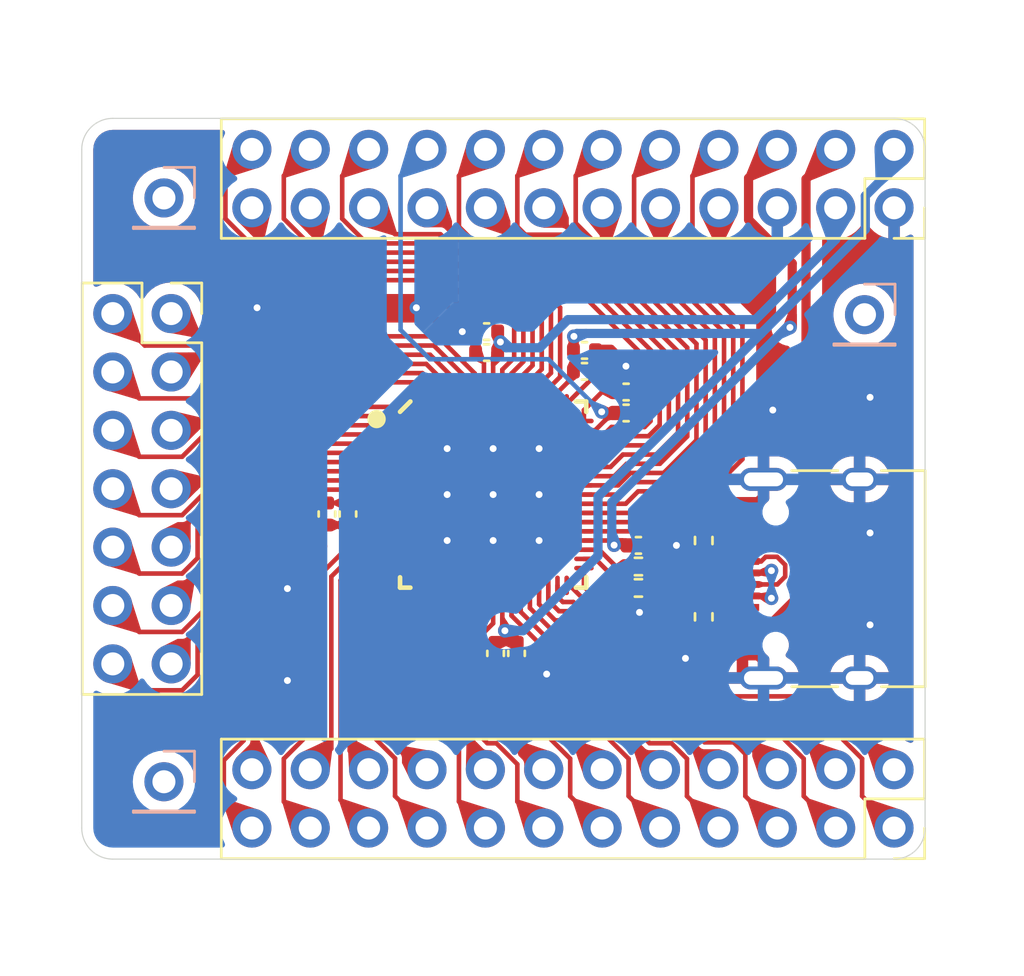
<source format=kicad_pcb>
(kicad_pcb (version 20240108) (generator "pcbnew") (generator_version "8.0")
  (layers (0 "F.Cu" signal) (31 "B.Cu" signal) (34 "B.Paste" user) (35 "F.Paste" user) (36 "B.SilkS" user "B.Silkscreen") (37 "F.SilkS" user "F.Silkscreen") (38 "B.Mask" user) (39 "F.Mask" user) (44 "Edge.Cuts" user))
  (net 0 "")
  (net 1 "/XRES")
  (net 2 "GND")
  (net 3 "+5VD")
  (net 4 "+5VA")
  (net 5 "/VBUS_P13_2")
  (net 6 "VBUS")
  (net 8 "Net-(J1-CC2)")
  (net 9 "Net-(J1-D+-PadA6)")
  (net 10 "Net-(J1-D--PadA7)")
  (net 11 "Net-(J1-CC1)")
  (net 13 "Net-(U1-D-_P13_1)")
  (net 14 "Net-(U1-D+_P13_0)")
  (net 15 "/P0_5")
  (net 16 "/P6_1")
  (net 17 "/P4_0")
  (net 18 "/P1_7_VREF")
  (net 19 "/P3_3")
  (net 20 "/P4_7")
  (net 21 "/P0_1")
  (net 22 "/P3_5")
  (net 23 "/P5_5")
  (net 24 "/P5_4")
  (net 25 "/P5_2")
  (net 26 "/P2_2")
  (net 27 "/P1_3")
  (net 28 "/P3_7")
  (net 29 "/P1_2")
  (net 30 "GNDA")
  (net 31 "/P0_0")
  (net 32 "/P4_1")
  (net 33 "/P1_6")
  (net 34 "/P0_7")
  (net 35 "/P3_6")
  (net 36 "/P2_0")
  (net 37 "/P7_0")
  (net 38 "/P3_2")
  (net 39 "/P0_3")
  (net 40 "/P1_5")
  (net 41 "/P6_3")
  (net 42 "/P0_6")
  (net 43 "/P4_2")
  (net 44 "/P2_4")
  (net 45 "/P3_4")
  (net 46 "/P2_1")
  (net 47 "/P1_0")
  (net 48 "/P1_1")
  (net 49 "/P6_0")
  (net 50 "/P6_4_P12_0")
  (net 51 "/P2_6")
  (net 52 "/P2_5")
  (net 53 "/P4_6")
  (net 54 "/P4_3")
  (net 55 "/P5_0")
  (net 56 "/P7_2")
  (net 57 "/P3_0")
  (net 58 "/P5_1")
  (net 59 "/P0_4")
  (net 60 "/P2_7")
  (net 61 "/P6_2")
  (net 62 "/P7_1")
  (net 63 "/P1_4")
  (net 64 "/P2_3")
  (net 65 "/P5_3")
  (net 66 "/P6_5_P12_1")
  (net 67 "/P0_2")
  (net 68 "/P3_1")
  (net 69 "/P4_4")
  (net 70 "/P4_5")
  (net 71 "Net-(U1-VCCD)")
  (footprint "Capacitor_SMD:C_0402_1005Metric" (layer "F.Cu") (at 74.804 53.744)
    (property "Reference" "C5" (hide yes))
    (property "Value" "1u" (hide yes))
  )
  (footprint "Connector_PinSocket_2.54mm:PinSocket_2x12_P2.54mm_Vertical" (layer "F.Cu") (at 88.272 74.525 -90)
    (property "Reference" "J3" (hide yes))
    (property "Value" "Conn_02x12_Odd_Even" (hide yes))
  )
  (footprint "Connector_USB:USB_C_Receptacle_HRO_TYPE-C-31-M-12" (layer "F.Cu") (at 85.723 63.675 90)
    (property "Reference" "J1" (hide yes))
    (property "Value" "USB_C_Receptacle_USB2.0_16P" (hide yes))
  )
  (footprint "Capacitor_SMD:C_0402_1005Metric" (layer "F.Cu") (at 77.15 62.226)
    (property "Reference" "C12" (hide yes))
    (property "Value" "100n" (hide yes))
  )
  (footprint "Capacitor_SMD:C_0402_1005Metric" (layer "F.Cu") (at 64.51 60.861 90)
    (property "Reference" "C11" (hide yes))
    (property "Value" "100n" (hide yes))
  )
  (footprint "Capacitor_SMD:C_0402_1005Metric" (layer "F.Cu") (at 74.804 54.655)
    (property "Reference" "C4" (hide yes))
    (property "Value" "100n" (hide yes))
  )
  (footprint "Capacitor_SMD:C_0402_1005Metric" (layer "F.Cu") (at 70.936 66.926 -90)
    (property "Reference" "C3" (hide yes))
    (property "Value" "1u" (hide yes))
  )
  (footprint "Capacitor_SMD:C_0402_1005Metric" (layer "F.Cu") (at 71.847 66.926 -90)
    (property "Reference" "C2" (hide yes))
    (property "Value" "100n" (hide yes))
  )
  (footprint "Connector_PinSocket_2.54mm:PinSocket_2x07_P2.54mm_Vertical" (layer "F.Cu") (at 56.821 52.1415)
    (property "Reference" "J4" (hide yes))
    (property "Value" "Conn_02x08_Odd_Even" (hide yes))
  )
  (footprint "Capacitor_SMD:C_0402_1005Metric" (layer "F.Cu") (at 76.615 55.554)
    (property "Reference" "C7" (hide yes))
    (property "Value" "1u" (hide yes))
  )
  (footprint "CY8C4248LTI-L475:QFN40P800X800X100-69N" (layer "F.Cu") (at 70.829 60.015)
    (property "Reference" "U1" (hide yes))
    (property "Value" "*" (hide yes))
  )
  (footprint "Resistor_SMD:R_0402_1005Metric" (layer "F.Cu") (at 79.992 65.335 -90)
    (property "Reference" "R4" (hide yes))
    (property "Value" "5.1k" (hide yes))
  )
  (footprint "Resistor_SMD:R_0402_1005Metric" (layer "F.Cu") (at 79.992 62.015 90)
    (property "Reference" "R3" (hide yes))
    (property "Value" "5.1k" (hide yes))
  )
  (footprint "Capacitor_SMD:C_0402_1005Metric" (layer "F.Cu") (at 70.546 53.838 180)
    (property "Reference" "C9" (hide yes))
    (property "Value" "100n" (hide yes))
  )
  (footprint "Connector_PinSocket_2.54mm:PinSocket_2x12_P2.54mm_Vertical" (layer "F.Cu") (at 88.272 47.538 -90)
    (property "Reference" "J2" (hide yes))
    (property "Value" "Conn_02x12_Odd_Even" (hide yes))
  )
  (footprint "Capacitor_SMD:C_0402_1005Metric" (layer "F.Cu") (at 63.599 60.861 90)
    (property "Reference" "C10" (hide yes))
    (property "Value" "1u" (hide yes))
  )
  (footprint "Capacitor_SMD:C_0402_1005Metric" (layer "F.Cu") (at 76.615 56.465)
    (property "Reference" "C1" (hide yes))
    (property "Value" "100n" (hide yes))
  )
  (footprint "Resistor_SMD:R_0402_1005Metric" (layer "F.Cu") (at 77.15 63.1465)
    (property "Reference" "R1" (hide yes))
    (property "Value" "22" (hide yes))
  )
  (footprint "Capacitor_SMD:C_0402_1005Metric" (layer "F.Cu") (at 70.546 52.927 180)
    (property "Reference" "C8" (hide yes))
    (property "Value" "1u" (hide yes))
  )
  (footprint "Resistor_SMD:R_0402_1005Metric" (layer "F.Cu") (at 77.15 64.0775)
    (property "Reference" "R2" (hide yes))
    (property "Value" "22" (hide yes))
  )
  (footprint "Connector_PinHeader_2.54mm:PinHeader_1x01_P2.54mm_Vertical" (layer "B.Cu") (at 86.986 52.19 180)
    (property "Reference" "REF**" (hide yes))
    (property "Value" "PinHeader_1x01_P2.54mm_Vertical" (hide yes))
  )
  (footprint "Connector_PinHeader_2.54mm:PinHeader_1x01_P2.54mm_Vertical" (layer "B.Cu") (at 56.506 72.51 180)
    (property "Reference" "REF**" (hide yes))
    (property "Value" "PinHeader_1x01_P2.54mm_Vertical" (hide yes))
  )
  (footprint "Connector_PinHeader_2.54mm:PinHeader_1x01_P2.54mm_Vertical" (layer "B.Cu") (at 56.506 47.11 180)
    (property "Reference" "REF**" (hide yes))
    (property "Value" "PinHeader_1x01_P2.54mm_Vertical" (hide yes))
  )
  (gr_arc (start 54.281 75.875) (mid 53.326406 75.479594) (end 52.931 74.525) (stroke (width 0.05)) (layer "Edge.Cuts"))
  (gr_line (start 52.931 74.525) (end 52.931 44.998) (stroke (width 0.05)) (layer "Edge.Cuts"))
  (gr_line (start 54.281 75.875) (end 88.272 75.875) (stroke (width 0.05)) (layer "Edge.Cuts"))
  (gr_arc (start 88.272 43.648) (mid 89.226594 44.043406) (end 89.622 44.998) (stroke (width 0.05)) (layer "Edge.Cuts"))
  (gr_line (start 89.622 44.998) (end 89.622 74.525) (stroke (width 0.05)) (layer "Edge.Cuts"))
  (gr_arc (start 89.622 74.525) (mid 89.226594 75.479594) (end 88.272 75.875) (stroke (width 0.05)) (layer "Edge.Cuts"))
  (gr_arc (start 52.931 44.998) (mid 53.326406 44.043406) (end 54.281 43.648) (stroke (width 0.05)) (layer "Edge.Cuts"))
  (gr_line (start 54.281 43.648) (end 88.272 43.648) (stroke (width 0.05)) (layer "Edge.Cuts"))
  (segment (start 75.269685 57.215) (end 76.019685 56.465) (width 0.2) (layer "F.Cu") (net 1))
  (segment (start 74.779 57.215) (end 75.269685 57.215) (width 0.2) (layer "F.Cu") (net 1))
  (segment (start 76.019685 56.465) (end 76.135 56.465) (width 0.2) (layer "F.Cu") (net 1))
  (segment (start 75.601104 56.465) (end 75.552127 56.416023) (width 0.2) (layer "F.Cu") (net 1))
  (segment (start 76.135 56.465) (end 75.601104 56.465) (width 0.2) (layer "F.Cu") (net 1))
  (via (at 75.552127 56.416023) (size 0.6) (drill 0.3) (layers "F.Cu" "B.Cu") (net 1))
  (segment (start 73.230092 54.127) (end 75.519115 56.416023) (width 0.2) (layer "B.Cu") (net 1))
  (segment (start 75.519115 56.416023) (end 75.552127 56.416023) (width 0.2) (layer "B.Cu") (net 1))
  (segment (start 68.077 54.127) (end 73.230092 54.127) (width 0.2) (layer "B.Cu") (net 1))
  (segment (start 66.802 52.852) (end 68.077 54.127) (width 0.2) (layer "B.Cu") (net 1))
  (segment (start 66.802 46.148) (end 66.802 52.852) (width 0.2) (layer "B.Cu") (net 1))
  (segment (start 67.952 44.998) (end 66.802 46.148) (width 0.2) (layer "B.Cu") (net 1))
  (segment (start 80.833934 67.995) (end 79.979934 67.141) (width 0.5) (layer "F.Cu") (net 2))
  (segment (start 74.029 56.065) (end 75.284 54.81) (width 0.2) (layer "F.Cu") (net 2))
  (segment (start 79.992 61.246) (end 79.992 61.505) (width 0.5) (layer "F.Cu") (net 2))
  (segment (start 82.316274 60.425) (end 81.678 60.425) (width 0.5) (layer "F.Cu") (net 2))
  (segment (start 77.095 55.554) (end 77.095 56.465) (width 0.5) (layer "F.Cu") (net 2))
  (segment (start 81.678 60.425) (end 80.813 60.425) (width 0.5) (layer "F.Cu") (net 2))
  (segment (start 75.284 54.81) (end 75.284 54.655) (width 0.2) (layer "F.Cu") (net 2))
  (segment (start 67.629 63.965) (end 67.629 63.215) (width 0.2) (layer "F.Cu") (net 2))
  (segment (start 77.095 55.554) (end 77.095 54.916) (width 0.5) (layer "F.Cu") (net 2))
  (segment (start 79.992 61.505) (end 79.692 61.805) (width 0.5) (layer "F.Cu") (net 2))
  (segment (start 82.593 67.995) (end 80.833934 67.995) (width 0.5) (layer "F.Cu") (net 2))
  (segment (start 77.095 54.916) (end 76.608 54.429) (width 0.5) (layer "F.Cu") (net 2))
  (segment (start 82.593 67.201726) (end 82.316274 66.925) (width 0.5) (layer "F.Cu") (net 2))
  (segment (start 82.593 59.355) (end 82.593 60.148274) (width 0.5) (layer "F.Cu") (net 2))
  (segment (start 80.813 60.425) (end 79.992 61.246) (width 0.5) (layer "F.Cu") (net 2))
  (segment (start 72.737 67.406) (end 73.157 67.826) (width 0.2) (layer "F.Cu") (net 2))
  (segment (start 82.593 60.148274) (end 82.316274 60.425) (width 0.5) (layer "F.Cu") (net 2))
  (segment (start 79.692 61.805) (end 79.225 61.805) (width 0.5) (layer "F.Cu") (net 2))
  (segment (start 79.225 61.805) (end 78.804 62.226) (width 0.5) (layer "F.Cu") (net 2))
  (segment (start 79.979934 67.141) (end 79.197 67.141) (width 0.5) (layer "F.Cu") (net 2))
  (segment (start 77.131134 56.465) (end 77.095 56.465) (width 0.2) (layer "F.Cu") (net 2))
  (segment (start 70.936 67.406) (end 72.737 67.406) (width 0.2) (layer "F.Cu") (net 2))
  (segment (start 75.315 54.624) (end 75.284 54.655) (width 0.2) (layer "F.Cu") (net 2))
  (segment (start 67.629 63.215) (end 70.829 60.015) (width 0.2) (layer "F.Cu") (net 2))
  (segment (start 74.029 56.815) (end 74.029 56.065) (width 0.2) (layer "F.Cu") (net 2))
  (segment (start 82.316274 66.925) (end 81.678 66.925) (width 0.5) (layer "F.Cu") (net 2))
  (segment (start 75.284 53.744) (end 75.284 54.655) (width 0.5) (layer "F.Cu") (net 2))
  (segment (start 70.829 60.015) (end 74.029 56.815) (width 0.2) (layer "F.Cu") (net 2))
  (segment (start 82.593 67.995) (end 82.593 67.201726) (width 0.5) (layer "F.Cu") (net 2))
  (via (at 79.197 67.141) (size 0.6) (drill 0.3) (layers "F.Cu" "B.Cu") (net 2))
  (via (at 70.829 58.015) (size 0.6) (drill 0.3) (layers "F.Cu" "B.Cu") (net 2))
  (via (at 68.829 60.015) (size 0.6) (drill 0.3) (layers "F.Cu" "B.Cu") (net 2))
  (via (at 76.608 54.429) (size 0.6) (drill 0.3) (layers "F.Cu" "B.Cu") (net 2))
  (via (at 77.197 65.141) (size 0.6) (drill 0.3) (layers "F.Cu" "B.Cu") (net 2))
  (via (at 87.228 65.684) (size 0.6) (drill 0.3) (layers "F.Cu" "B.Cu") (net 2))
  (via (at 70.829 60.015) (size 0.6) (drill 0.3) (layers "F.Cu" "B.Cu") (net 2))
  (via (at 68.829 62.015) (size 0.6) (drill 0.3) (layers "F.Cu" "B.Cu") (net 2))
  (via (at 70.829 62.015) (size 0.6) (drill 0.3) (layers "F.Cu" "B.Cu") (net 2))
  (via (at 87.228 55.785) (size 0.6) (drill 0.3) (layers "F.Cu" "B.Cu") (net 2))
  (via (at 72.829 60.015) (size 0.6) (drill 0.3) (layers "F.Cu" "B.Cu") (net 2))
  (via (at 78.804 62.226) (size 0.6) (drill 0.3) (layers "F.Cu" "B.Cu") (net 2))
  (via (at 72.829 62.015) (size 0.6) (drill 0.3) (layers "F.Cu" "B.Cu") (net 2))
  (via (at 72.829 58.015) (size 0.6) (drill 0.3) (layers "F.Cu" "B.Cu") (net 2))
  (via (at 68.829 58.015) (size 0.6) (drill 0.3) (layers "F.Cu" "B.Cu") (net 2))
  (via (at 73.157 67.826) (size 0.6) (drill 0.3) (layers "F.Cu" "B.Cu") (net 2))
  (via (at 82.996 56.339) (size 0.6) (drill 0.3) (layers "F.Cu" "B.Cu") (net 2))
  (via (at 87.228 61.684) (size 0.6) (drill 0.3) (layers "F.Cu" "B.Cu") (net 2))
  (segment (start 71.847 66.446) (end 70.936 66.446) (width 0.2) (layer "F.Cu") (net 3))
  (segment (start 74.324 53.744) (end 74.324 54.655) (width 0.2) (layer "F.Cu") (net 3))
  (segment (start 71.229 65.828) (end 71.3405 65.9395) (width 0.2) (layer "F.Cu") (net 3))
  (segment (start 73.629 55.574315) (end 74.324 54.879315) (width 0.2) (layer "F.Cu") (net 3))
  (segment (start 71.229 63.965) (end 71.229 65.828) (width 0.2) (layer "F.Cu") (net 3))
  (segment (start 74.324 54.879315) (end 74.324 54.655) (width 0.2) (layer "F.Cu") (net 3))
  (segment (start 74.324 53.744) (end 74.324 53.153) (width 0.2) (layer "F.Cu") (net 3))
  (segment (start 73.629 56.065) (end 73.629 55.574315) (width 0.2) (layer "F.Cu") (net 3))
  (segment (start 71.847 66.446) (end 71.3405 65.9395) (width 0.2) (layer "F.Cu") (net 3))
  (segment (start 74.324 53.153) (end 74.344 53.133) (width 0.2) (layer "F.Cu") (net 3))
  (via (at 74.344 53.133) (size 0.6) (drill 0.3) (layers "F.Cu" "B.Cu") (net 3))
  (via (at 71.3405 65.9395) (size 0.6) (drill 0.3) (layers "F.Cu" "B.Cu") (net 3))
  (segment (start 72.1325 65.9395) (end 71.3405 65.9395) (width 0.4) (layer "B.Cu") (net 3))
  (segment (start 74.472 53.005) (end 76.611 53.005) (width 0.4) (layer "B.Cu") (net 3))
  (segment (start 74.344 53.133) (end 74.472 53.005) (width 0.4) (layer "B.Cu") (net 3))
  (segment (start 87.022 47.020233) (end 88.272 45.770233) (width 0.4) (layer "B.Cu") (net 3))
  (segment (start 79.941 53.005) (end 76.611 53.005) (width 0.4) (layer "B.Cu") (net 3))
  (segment (start 87.022 48.474528) (end 87.022 47.020233) (width 0.4) (layer "B.Cu") (net 3))
  (segment (start 82.491528 53.005) (end 75.392 60.104528) (width 0.4) (layer "B.Cu") (net 3))
  (segment (start 79.941 53.005) (end 82.491528 53.005) (width 0.4) (layer "B.Cu") (net 3))
  (segment (start 75.392 60.104528) (end 75.392 62.68) (width 0.4) (layer "B.Cu") (net 3))
  (segment (start 82.491528 53.005) (end 87.022 48.474528) (width 0.4) (layer "B.Cu") (net 3))
  (segment (start 88.272 45.770233) (end 88.272 44.998) (width 0.4) (layer "B.Cu") (net 3))
  (segment (start 75.392 62.68) (end 72.1325 65.9395) (width 0.4) (layer "B.Cu") (net 3))
  (segment (start 67.369685 60.815) (end 66.879 60.815) (width 0.2) (layer "F.Cu") (net 4))
  (segment (start 71.026 53.838) (end 71.026 52.927) (width 0.2) (layer "F.Cu") (net 4))
  (segment (start 71.026 53.26) (end 71.144 53.378) (width 0.2) (layer "F.Cu") (net 4))
  (segment (start 70.829 54.035) (end 71.026 53.838) (width 0.2) (layer "F.Cu") (net 4))
  (segment (start 66.879 60.815) (end 65.036 60.815) (width 0.2) (layer "F.Cu") (net 4))
  (segment (start 70.829 56.065) (end 70.829 54.035) (width 0.2) (layer "F.Cu") (net 4))
  (segment (start 64.51 61.341) (end 63.599 61.341) (width 0.2) (layer "F.Cu") (net 4))
  (segment (start 70.829 56.555685) (end 70.569685 56.815) (width 0.2) (layer "F.Cu") (net 4))
  (segment (start 70.829 56.065) (end 70.829 56.555685) (width 0.2) (layer "F.Cu") (net 4))
  (segment (start 67.629 60.555685) (end 67.369685 60.815) (width 0.2) (layer "F.Cu") (net 4))
  (segment (start 71.026 52.927) (end 71.026 53.26) (width 0.2) (layer "F.Cu") (net 4))
  (segment (start 67.629 56.815) (end 67.629 60.555685) (width 0.2) (layer "F.Cu") (net 4))
  (segment (start 65.036 60.815) (end 64.51 61.341) (width 0.2) (layer "F.Cu") (net 4))
  (segment (start 70.569685 56.815) (end 67.629 56.815) (width 0.2) (layer "F.Cu") (net 4))
  (via (at 71.144 53.378) (size 0.6) (drill 0.3) (layers "F.Cu" "B.Cu") (net 4))
  (segment (start 71.17 53.378) (end 71.144 53.378) (width 0.4) (layer "B.Cu") (net 4))
  (segment (start 71.393 53.627) (end 71.144 53.378) (width 0.4) (layer "B.Cu") (net 4))
  (segment (start 85.732 48.916) (end 82.243 52.405) (width 0.4) (layer "B.Cu") (net 4))
  (segment (start 85.732 47.538) (end 85.732 48.916) (width 0.4) (layer "B.Cu") (net 4))
  (segment (start 72.86005 53.627) (end 71.393 53.627) (width 0.4) (layer "B.Cu") (net 4))
  (segment (start 82.243 52.405) (end 74.08205 52.405) (width 0.4) (layer "B.Cu") (net 4))
  (segment (start 74.08205 52.405) (end 72.86005 53.627) (width 0.4) (layer "B.Cu") (net 4))
  (segment (start 83.742001 52.744477) (end 83.842 52.644478) (width 0.4) (layer "F.Cu") (net 5))
  (segment (start 76.459 62.015) (end 76.292 62.015) (width 0.2) (layer "F.Cu") (net 5))
  (segment (start 76.292 62.015) (end 76.092 62.215) (width 0.2) (layer "F.Cu") (net 5))
  (segment (start 83.842 52.644478) (end 83.842 49.955767) (width 0.4) (layer "F.Cu") (net 5))
  (segment (start 81.942 46.248) (end 83.192 44.998) (width 0.4) (layer "F.Cu") (net 5))
  (segment (start 76.67 62.226) (end 76.459 62.015) (width 0.2) (layer "F.Cu") (net 5))
  (segment (start 83.842 49.955767) (end 81.942 48.055767) (width 0.4) (layer "F.Cu") (net 5))
  (segment (start 81.942 48.055767) (end 81.942 46.248) (width 0.4) (layer "F.Cu") (net 5))
  (segment (start 76.459 62.015) (end 74.779 62.015) (width 0.2) (layer "F.Cu") (net 5))
  (via (at 83.742001 52.744477) (size 0.6) (drill 0.3) (layers "F.Cu" "B.Cu") (net 5))
  (via (at 76.092 62.215) (size 0.6) (drill 0.3) (layers "F.Cu" "B.Cu") (net 5))
  (segment (start 75.992 60.353056) (end 75.992 62.115) (width 0.4) (layer "B.Cu") (net 5))
  (segment (start 83.742001 52.744477) (end 83.600579 52.744477) (width 0.4) (layer "B.Cu") (net 5))
  (segment (start 83.600579 52.744477) (end 75.992 60.353056) (width 0.4) (layer "B.Cu") (net 5))
  (segment (start 75.992 62.115) (end 76.092 62.215) (width 0.4) (layer "B.Cu") (net 5))
  (segment (start 82.427 66.125) (end 81.678 66.125) (width 0.4) (layer "F.Cu") (net 6))
  (segment (start 84.442 63.203) (end 84.442 64.11) (width 0.4) (layer "F.Cu") (net 6))
  (segment (start 84.442 64.11) (end 82.427 66.125) (width 0.4) (layer "F.Cu") (net 6))
  (segment (start 84.442 63.203) (end 82.464 61.225) (width 0.4) (layer "F.Cu") (net 6))
  (segment (start 84.442 46.288) (end 84.442 63.203) (width 0.4) (layer "F.Cu") (net 6))
  (segment (start 82.464 61.225) (end 81.678 61.225) (width 0.4) (layer "F.Cu") (net 6))
  (segment (start 85.732 44.998) (end 84.442 46.288) (width 0.4) (layer "F.Cu") (net 6))
  (segment (start 81.678 61.925) (end 80.592 61.925) (width 0.2) (layer "F.Cu") (net 8))
  (segment (start 80.592 61.925) (end 79.992 62.525) (width 0.2) (layer "F.Cu") (net 8))
  (segment (start 83.194 63.925) (end 81.678 63.925) (width 0.2) (layer "F.Cu") (net 9))
  (segment (start 83.536013 63.076471) (end 83.536013 63.582987) (width 0.2) (layer "F.Cu") (net 9))
  (segment (start 81.678 63.925) (end 80.573 63.925) (width 0.3) (layer "F.Cu") (net 9))
  (segment (start 83.536013 63.582987) (end 83.194 63.925) (width 0.2) (layer "F.Cu") (net 9))
  (segment (start 77.7175 64.02) (end 80.478 64.02) (width 0.55) (layer "F.Cu") (net 9))
  (segment (start 82.487484 62.925) (end 82.687484 62.725) (width 0.2) (layer "F.Cu") (net 9))
  (segment (start 80.573 63.925) (end 80.478 64.02) (width 0.3) (layer "F.Cu") (net 9))
  (segment (start 82.687484 62.725) (end 83.184542 62.725) (width 0.2) (layer "F.Cu") (net 9))
  (segment (start 83.184542 62.725) (end 83.536013 63.076471) (width 0.2) (layer "F.Cu") (net 9))
  (segment (start 81.678 62.925) (end 82.487484 62.925) (width 0.2) (layer "F.Cu") (net 9))
  (segment (start 77.66 64.0775) (end 77.7175 64.02) (width 0.55) (layer "F.Cu") (net 9))
  (segment (start 82.836013 64.425) (end 82.936013 64.525) (width 0.2) (layer "F.Cu") (net 10))
  (segment (start 80.611883 63.27) (end 80.478 63.27) (width 0.3) (layer "F.Cu") (net 10))
  (segment (start 81.678 63.425) (end 80.766883 63.425) (width 0.3) (layer "F.Cu") (net 10))
  (segment (start 82.836013 63.425) (end 82.936013 63.325) (width 0.2) (layer "F.Cu") (net 10))
  (segment (start 77.7835 63.27) (end 80.478 63.27) (width 0.55) (layer "F.Cu") (net 10))
  (segment (start 80.766883 63.425) (end 80.611883 63.27) (width 0.3) (layer "F.Cu") (net 10))
  (segment (start 81.678 64.425) (end 82.836013 64.425) (width 0.2) (layer "F.Cu") (net 10))
  (segment (start 81.678 63.425) (end 82.836013 63.425) (width 0.2) (layer "F.Cu") (net 10))
  (segment (start 77.66 63.1465) (end 77.7835 63.27) (width 0.55) (layer "F.Cu") (net 10))
  (via (at 82.936013 64.525) (size 0.6) (drill 0.3) (layers "F.Cu" "B.Cu") (net 10))
  (via (at 82.936013 63.325) (size 0.6) (drill 0.3) (layers "F.Cu" "B.Cu") (net 10))
  (segment (start 82.936013 63.325) (end 82.936013 64.525) (width 0.2) (layer "B.Cu") (net 10))
  (segment (start 81.678 64.925) (end 80.092 64.925) (width 0.2) (layer "F.Cu") (net 11))
  (segment (start 80.092 64.925) (end 79.992 64.825) (width 0.2) (layer "F.Cu") (net 11))
  (segment (start 75.443471 62.415) (end 74.779 62.415) (width 0.2) (layer "F.Cu") (net 13))
  (segment (start 76.64 63.1465) (end 76.174971 63.1465) (width 0.2) (layer "F.Cu") (net 13))
  (segment (start 76.174971 63.1465) (end 75.443471 62.415) (width 0.2) (layer "F.Cu") (net 13))
  (segment (start 75.277785 62.815) (end 76.540285 64.0775) (width 0.2) (layer "F.Cu") (net 14))
  (segment (start 74.779 62.815) (end 75.277785 62.815) (width 0.2) (layer "F.Cu") (net 14))
  (segment (start 76.540285 64.0775) (end 76.64 64.0775) (width 0.2) (layer "F.Cu") (net 14))
  (segment (start 72.063 49.109) (end 70.492 47.538) (width 0.2) (layer "F.Cu") (net 15))
  (segment (start 78.475 57.152506) (end 78.475 53.955494) (width 0.2) (layer "F.Cu") (net 15))
  (segment (start 77.752506 57.875) (end 78.475 57.152506) (width 0.2) (layer "F.Cu") (net 15))
  (segment (start 73.628506 49.109) (end 72.063 49.109) (width 0.2) (layer "F.Cu") (net 15))
  (segment (start 75.770058 58.415) (end 76.310058 57.875) (width 0.2) (layer "F.Cu") (net 15))
  (segment (start 76.310058 57.875) (end 77.752506 57.875) (width 0.2) (layer "F.Cu") (net 15))
  (segment (start 74.779 58.415) (end 75.770058 58.415) (width 0.2) (layer "F.Cu") (net 15))
  (segment (start 78.475 53.955494) (end 73.628506 49.109) (width 0.2) (layer "F.Cu") (net 15))
  (segment (start 66.879 61.615) (end 65.756942 61.615) (width 0.2) (layer "F.Cu") (net 16))
  (segment (start 63.789 71.068) (end 62.872 71.985) (width 0.2) (layer "F.Cu") (net 16))
  (segment (start 65.756942 61.615) (end 63.789 63.582942) (width 0.2) (layer "F.Cu") (net 16))
  (segment (start 63.789 63.582942) (end 63.789 71.068) (width 0.2) (layer "F.Cu") (net 16))
  (segment (start 73.490654 66.69) (end 77.635654 70.835) (width 0.2) (layer "F.Cu") (net 17))
  (segment (start 79.262 71.508654) (end 79.262 73.135) (width 0.2) (layer "F.Cu") (net 17))
  (segment (start 77.635654 70.835) (end 78.588346 70.835) (width 0.2) (layer "F.Cu") (net 17))
  (segment (start 71.629 63.965) (end 71.629 65.284115) (width 0.2) (layer "F.Cu") (net 17))
  (segment (start 71.629 65.284115) (end 73.034885 66.69) (width 0.2) (layer "F.Cu") (net 17))
  (segment (start 79.262 73.135) (end 80.652 74.525) (width 0.2) (layer "F.Cu") (net 17))
  (segment (start 78.588346 70.835) (end 79.262 71.508654) (width 0.2) (layer "F.Cu") (net 17))
  (segment (start 73.034885 66.69) (end 73.490654 66.69) (width 0.2) (layer "F.Cu") (net 17))
  (segment (start 57.297346 60.9115) (end 55.431 60.9115) (width 0.2) (layer "F.Cu") (net 18))
  (segment (start 55.431 60.9115) (end 54.281 59.7615) (width 0.2) (layer "F.Cu") (net 18))
  (segment (start 66.879 56.815) (end 66.419686 56.815) (width 0.2) (layer "F.Cu") (net 18))
  (segment (start 61.607846 56.601) (end 57.297346 60.9115) (width 0.2) (layer "F.Cu") (net 18))
  (segment (start 66.205686 56.601) (end 61.607846 56.601) (width 0.2) (layer "F.Cu") (net 18))
  (segment (start 66.419686 56.815) (end 66.205686 56.601) (width 0.2) (layer "F.Cu") (net 18))
  (segment (start 71.482 70.435) (end 73.032 71.985) (width 0.2) (layer "F.Cu") (net 19))
  (segment (start 68.726 68.394878) (end 68.960315 68.629192) (width 0.2) (layer "F.Cu") (net 19))
  (segment (start 70.766123 70.435) (end 71.482 70.435) (width 0.2) (layer "F.Cu") (net 19))
  (segment (start 69.229 64.952743) (end 68.726 65.455743) (width 0.2) (layer "F.Cu") (net 19))
  (segment (start 68.960315 68.629192) (end 70.766123 70.435) (width 0.2) (layer "F.Cu") (net 19))
  (segment (start 69.229 63.965) (end 69.229 64.952743) (width 0.2) (layer "F.Cu") (net 19))
  (segment (start 68.726 65.455743) (end 68.726 68.394878) (width 0.2) (layer "F.Cu") (net 19))
  (segment (start 85.082 68.795) (end 88.272 71.985) (width 0.2) (layer "F.Cu") (net 20))
  (segment (start 78.795456 68.035) (end 80.096116 68.035) (width 0.2) (layer "F.Cu") (net 20))
  (segment (start 74.779 63.215) (end 74.779 64.018544) (width 0.2) (layer "F.Cu") (net 20))
  (segment (start 80.856116 68.795) (end 85.082 68.795) (width 0.2) (layer "F.Cu") (net 20))
  (segment (start 74.779 64.018544) (end 78.795456 68.035) (width 0.2) (layer "F.Cu") (net 20))
  (segment (start 80.096116 68.035) (end 80.856116 68.795) (width 0.2) (layer "F.Cu") (net 20))
  (segment (start 80.075 57.81525) (end 80.075 53.29275) (width 0.2) (layer "F.Cu") (net 21))
  (segment (start 80.075 53.29275) (end 75.572 48.78975) (width 0.2) (layer "F.Cu") (net 21))
  (segment (start 76.432802 60.015) (end 76.972802 59.475) (width 0.2) (layer "F.Cu") (net 21))
  (segment (start 74.779 60.015) (end 76.432802 60.015) (width 0.2) (layer "F.Cu") (net 21))
  (segment (start 76.972802 59.475) (end 78.41525 59.475) (width 0.2) (layer "F.Cu") (net 21))
  (segment (start 75.572 48.78975) (end 75.572 47.538) (width 0.2) (layer "F.Cu") (net 21))
  (segment (start 78.41525 59.475) (end 80.075 57.81525) (width 0.2) (layer "F.Cu") (net 21))
  (segment (start 69.526 68.063506) (end 71.097494 69.635) (width 0.2) (layer "F.Cu") (net 22))
  (segment (start 70.029 63.965) (end 70.029 65.284115) (width 0.2) (layer "F.Cu") (net 22))
  (segment (start 69.526 65.787115) (end 69.526 68.063506) (width 0.2) (layer "F.Cu") (net 22))
  (segment (start 70.029 65.284115) (end 69.526 65.787115) (width 0.2) (layer "F.Cu") (net 22))
  (segment (start 71.097494 69.635) (end 73.222 69.635) (width 0.2) (layer "F.Cu") (net 22))
  (segment (start 73.222 69.635) (end 75.572 71.985) (width 0.2) (layer "F.Cu") (net 22))
  (segment (start 71.344134 52.309) (end 69.328884 52.309) (width 0.2) (layer "F.Cu") (net 23))
  (segment (start 71.229 56.065) (end 71.229 54.580199) (width 0.2) (layer "F.Cu") (net 23))
  (segment (start 71.229 54.580199) (end 71.744 54.065199) (width 0.2) (layer "F.Cu") (net 23))
  (segment (start 71.744 54.065199) (end 71.744 52.708866) (width 0.2) (layer "F.Cu") (net 23))
  (segment (start 67.707884 50.688) (end 61.855654 50.688) (width 0.2) (layer "F.Cu") (net 23))
  (segment (start 69.328884 52.309) (end 67.707884 50.688) (width 0.2) (layer "F.Cu") (net 23))
  (segment (start 71.744 52.708866) (end 71.344134 52.309) (width 0.2) (layer "F.Cu") (net 23))
  (segment (start 59.182 46.148) (end 60.332 44.998) (width 0.2) (layer "F.Cu") (net 23))
  (segment (start 61.855654 50.688) (end 59.182 48.014346) (width 0.2) (layer "F.Cu") (net 23))
  (segment (start 59.182 48.014346) (end 59.182 46.148) (width 0.2) (layer "F.Cu") (net 23))
  (segment (start 72.144 52.54318) (end 71.50982 51.909) (width 0.2) (layer "F.Cu") (net 24))
  (segment (start 69.49457 51.909) (end 67.87357 50.288) (width 0.2) (layer "F.Cu") (net 24))
  (segment (start 60.332 48.59866) (end 60.332 47.538) (width 0.2) (layer "F.Cu") (net 24))
  (segment (start 72.144 54.230885) (end 72.144 52.54318) (width 0.2) (layer "F.Cu") (net 24))
  (segment (start 71.629 54.745885) (end 72.144 54.230885) (width 0.2) (layer "F.Cu") (net 24))
  (segment (start 71.629 56.065) (end 71.629 54.745885) (width 0.2) (layer "F.Cu") (net 24))
  (segment (start 62.02134 50.288) (end 60.332 48.59866) (width 0.2) (layer "F.Cu") (net 24))
  (segment (start 71.50982 51.909) (end 69.49457 51.909) (width 0.2) (layer "F.Cu") (net 24))
  (segment (start 67.87357 50.288) (end 62.02134 50.288) (width 0.2) (layer "F.Cu") (net 24))
  (segment (start 62.872 48.59866) (end 62.872 47.538) (width 0.2) (layer "F.Cu") (net 25))
  (segment (start 69.825942 51.109) (end 68.204942 49.488) (width 0.2) (layer "F.Cu") (net 25))
  (segment (start 72.429 55.077257) (end 72.944 54.562257) (width 0.2) (layer "F.Cu") (net 25))
  (segment (start 72.429 56.065) (end 72.429 55.077257) (width 0.2) (layer "F.Cu") (net 25))
  (segment (start 72.944 54.562257) (end 72.944 52.211808) (width 0.2) (layer "F.Cu") (net 25))
  (segment (start 63.76134 49.488) (end 62.872 48.59866) (width 0.2) (layer "F.Cu") (net 25))
  (segment (start 68.204942 49.488) (end 63.76134 49.488) (width 0.2) (layer "F.Cu") (net 25))
  (segment (start 72.944 52.211808) (end 71.841192 51.109) (width 0.2) (layer "F.Cu") (net 25))
  (segment (start 71.841192 51.109) (end 69.825942 51.109) (width 0.2) (layer "F.Cu") (net 25))
  (segment (start 58.371 62.943532) (end 56.821 64.493532) (width 0.2) (layer "F.Cu") (net 26))
  (segment (start 65.708628 57.801) (end 62.104904 57.801) (width 0.2) (layer "F.Cu") (net 26))
  (segment (start 58.371 61.534904) (end 58.371 62.943532) (width 0.2) (layer "F.Cu") (net 26))
  (segment (start 62.104904 57.801) (end 58.371 61.534904) (width 0.2) (layer "F.Cu") (net 26))
  (segment (start 56.821 64.493532) (end 56.821 64.8415) (width 0.2) (layer "F.Cu") (net 26))
  (segment (start 65.922628 58.015) (end 65.708628 57.801) (width 0.2) (layer "F.Cu") (net 26))
  (segment (start 66.879 58.015) (end 65.922628 58.015) (width 0.2) (layer "F.Cu") (net 26))
  (segment (start 68.829 56.065) (end 68.829 55.242943) (width 0.2) (layer "F.Cu") (net 27))
  (segment (start 55.431 55.8315) (end 54.281 54.6815) (width 0.2) (layer "F.Cu") (net 27))
  (segment (start 67.917557 54.3315) (end 60.205974 54.3315) (width 0.2) (layer "F.Cu") (net 27))
  (segment (start 60.205974 54.3315) (end 58.705974 55.8315) (width 0.2) (layer "F.Cu") (net 27))
  (segment (start 68.829 55.242943) (end 67.917557 54.3315) (width 0.2) (layer "F.Cu") (net 27))
  (segment (start 58.705974 55.8315) (end 55.431 55.8315) (width 0.2) (layer "F.Cu") (net 27))
  (segment (start 70.326 67.732134) (end 71.428866 68.835) (width 0.2) (layer "F.Cu") (net 28))
  (segment (start 74.962 68.835) (end 78.112 71.985) (width 0.2) (layer "F.Cu") (net 28))
  (segment (start 70.829 63.965) (end 70.829 65.616866) (width 0.2) (layer "F.Cu") (net 28))
  (segment (start 70.326 66.119866) (end 70.326 67.732134) (width 0.2) (layer "F.Cu") (net 28))
  (segment (start 71.428866 68.835) (end 74.962 68.835) (width 0.2) (layer "F.Cu") (net 28))
  (segment (start 70.829 65.616866) (end 70.326 66.119866) (width 0.2) (layer "F.Cu") (net 28))
  (segment (start 68.083243 53.9315) (end 57.571 53.9315) (width 0.2) (layer "F.Cu") (net 29))
  (segment (start 57.571 53.9315) (end 56.821 54.6815) (width 0.2) (layer "F.Cu") (net 29))
  (segment (start 69.229 56.065) (end 69.229 55.077257) (width 0.2) (layer "F.Cu") (net 29))
  (segment (start 69.229 55.077257) (end 68.083243 53.9315) (width 0.2) (layer "F.Cu") (net 29))
  (segment (start 68.882 52.433) (end 67.628 52.433) (width 0.2) (layer "F.Cu") (net 30))
  (segment (start 63.599 60.381) (end 63.410734 60.381) (width 0.3) (layer "F.Cu") (net 30))
  (segment (start 70.066 53.838) (end 70.066 52.927) (width 0.2) (layer "F.Cu") (net 30))
  (segment (start 70.066 52.927) (end 69.487 52.927) (width 0.2) (layer "F.Cu") (net 30))
  (segment (start 70.429 56.065) (end 70.429 54.201) (width 0.2) (layer "F.Cu") (net 30))
  (segment (start 66.879 60.415) (end 64.544 60.415) (width 0.2) (layer "F.Cu") (net 30))
  (segment (start 69.487 52.927) (end 69.376 52.927) (width 0.2) (layer "F.Cu") (net 30))
  (segment (start 61.879 61.912734) (end 61.879 62.051) (width 0.3) (layer "F.Cu") (net 30))
  (segment (start 64.544 60.415) (end 64.51 60.381) (width 0.2) (layer "F.Cu") (net 30))
  (segment (start 61.879 64.106) (end 61.879 62.051) (width 0.5) (layer "F.Cu") (net 30))
  (segment (start 70.429 54.201) (end 70.066 53.838) (width 0.2) (layer "F.Cu") (net 30))
  (segment (start 63.410734 60.381) (end 61.879 61.912734) (width 0.3) (layer "F.Cu") (net 30))
  (segment (start 64.51 60.381) (end 63.599 60.381) (width 0.2) (layer "F.Cu") (net 30))
  (segment (start 69.376 52.927) (end 68.882 52.433) (width 0.2) (layer "F.Cu") (net 30))
  (via (at 67.489 51.887) (size 0.6) (drill 0.3) (layers "F.Cu" "B.Cu") (net 30))
  (via (at 61.879 64.106) (size 0.6) (drill 0.3) (layers "F.Cu" "B.Cu") (net 30))
  (via (at 69.487 52.927) (size 0.6) (drill 0.3) (layers "F.Cu" "B.Cu") (net 30))
  (via (at 61.879 68.106) (size 0.6) (drill 0.3) (layers "F.Cu" "B.Cu") (net 30))
  (via (at 60.558 51.887) (size 0.6) (drill 0.3) (layers "F.Cu" "B.Cu") (net 30))
  (segment (start 76.962 46.148) (end 78.112 44.998) (width 0.2) (layer "F.Cu") (net 31))
  (segment (start 80.475 53.127064) (end 76.962 49.614064) (width 0.2) (layer "F.Cu") (net 31))
  (segment (start 76.962 49.614064) (end 76.962 46.148) (width 0.2) (layer "F.Cu") (net 31))
  (segment (start 80.475 57.980936) (end 80.475 53.127064) (width 0.2) (layer "F.Cu") (net 31))
  (segment (start 78.580936 59.875) (end 80.475 57.980936) (width 0.2) (layer "F.Cu") (net 31))
  (segment (start 77.138488 59.875) (end 78.580936 59.875) (width 0.2) (layer "F.Cu") (net 31))
  (segment (start 76.598488 60.415) (end 77.138488 59.875) (width 0.2) (layer "F.Cu") (net 31))
  (segment (start 74.779 60.415) (end 76.598488 60.415) (width 0.2) (layer "F.Cu") (net 31))
  (segment (start 79.102 70.435) (end 80.652 71.985) (width 0.2) (layer "F.Cu") (net 32))
  (segment (start 73.200571 66.29) (end 73.65634 66.29) (width 0.2) (layer "F.Cu") (net 32))
  (segment (start 72.029 63.965) (end 72.029 65.118429) (width 0.2) (layer "F.Cu") (net 32))
  (segment (start 77.80134 70.435) (end 79.102 70.435) (width 0.2) (layer "F.Cu") (net 32))
  (segment (start 72.029 65.118429) (end 73.200571 66.29) (width 0.2) (layer "F.Cu") (net 32))
  (segment (start 73.65634 66.29) (end 77.80134 70.435) (width 0.2) (layer "F.Cu") (net 32))
  (segment (start 67.629 56.065) (end 67.493 56.201) (width 0.2) (layer "F.Cu") (net 33))
  (segment (start 57.88166 59.7615) (end 56.821 59.7615) (width 0.2) (layer "F.Cu") (net 33))
  (segment (start 61.44216 56.201) (end 61.207846 56.435315) (width 0.2) (layer "F.Cu") (net 33))
  (segment (start 61.207846 56.435315) (end 57.88166 59.7615) (width 0.2) (layer "F.Cu") (net 33))
  (segment (start 67.493 56.201) (end 61.44216 56.201) (width 0.2) (layer "F.Cu") (net 33))
  (segment (start 77.675 54.286866) (end 73.297134 49.909) (width 0.2) (layer "F.Cu") (net 34))
  (segment (start 75.438686 57.615) (end 75.978686 57.075) (width 0.2) (layer "F.Cu") (net 34))
  (segment (start 74.779 57.615) (end 75.438686 57.615) (width 0.2) (layer "F.Cu") (net 34))
  (segment (start 70.323 49.909) (end 67.952 47.538) (width 0.2) (layer "F.Cu") (net 34))
  (segment (start 77.675 56.821134) (end 77.675 54.286866) (width 0.2) (layer "F.Cu") (net 34))
  (segment (start 73.297134 49.909) (end 70.323 49.909) (width 0.2) (layer "F.Cu") (net 34))
  (segment (start 75.978686 57.075) (end 77.421134 57.075) (width 0.2) (layer "F.Cu") (net 34))
  (segment (start 77.421134 57.075) (end 77.675 56.821134) (width 0.2) (layer "F.Cu") (net 34))
  (segment (start 71.26318 69.235) (end 74.448346 69.235) (width 0.2) (layer "F.Cu") (net 35))
  (segment (start 76.722 73.135) (end 78.112 74.525) (width 0.2) (layer "F.Cu") (net 35))
  (segment (start 76.722 71.508654) (end 76.722 73.135) (width 0.2) (layer "F.Cu") (net 35))
  (segment (start 70.429 65.449801) (end 69.926 65.952801) (width 0.2) (layer "F.Cu") (net 35))
  (segment (start 69.926 67.89782) (end 71.26318 69.235) (width 0.2) (layer "F.Cu") (net 35))
  (segment (start 74.448346 69.235) (end 76.722 71.508654) (width 0.2) (layer "F.Cu") (net 35))
  (segment (start 70.429 63.965) (end 70.429 65.449801) (width 0.2) (layer "F.Cu") (net 35))
  (segment (start 69.926 65.952801) (end 69.926 67.89782) (width 0.2) (layer "F.Cu") (net 35))
  (segment (start 66.254 57.215) (end 66.04 57.001) (width 0.2) (layer "F.Cu") (net 36))
  (segment (start 66.879 57.215) (end 66.254 57.215) (width 0.2) (layer "F.Cu") (net 36))
  (segment (start 66.04 57.001) (end 61.773532 57.001) (width 0.2) (layer "F.Cu") (net 36))
  (segment (start 61.773532 57.001) (end 56.821 61.953532) (width 0.2) (layer "F.Cu") (net 36))
  (segment (start 56.821 61.953532) (end 56.821 62.3015) (width 0.2) (layer "F.Cu") (net 36))
  (segment (start 79.077994 61.075) (end 77.635546 61.075) (width 0.2) (layer "F.Cu") (net 37))
  (segment (start 77.095546 61.615) (end 74.779 61.615) (width 0.2) (layer "F.Cu") (net 37))
  (segment (start 81.675 52.630006) (end 81.675 58.477994) (width 0.2) (layer "F.Cu") (net 37))
  (segment (start 80.652 47.538) (end 80.652 51.607006) (width 0.2) (layer "F.Cu") (net 37))
  (segment (start 80.652 51.607006) (end 81.675 52.630006) (width 0.2) (layer "F.Cu") (net 37))
  (segment (start 81.675 58.477994) (end 79.077994 61.075) (width 0.2) (layer "F.Cu") (net 37))
  (segment (start 77.635546 61.075) (end 77.095546 61.615) (width 0.2) (layer "F.Cu") (net 37))
  (segment (start 68.326 68.581) (end 70.58 70.835) (width 0.2) (layer "F.Cu") (net 38))
  (segment (start 68.326 65.290057) (end 68.326 68.581) (width 0.2) (layer "F.Cu") (net 38))
  (segment (start 71.882 71.748654) (end 71.882 73.375) (width 0.2) (layer "F.Cu") (net 38))
  (segment (start 70.968346 70.835) (end 71.882 71.748654) (width 0.2) (layer "F.Cu") (net 38))
  (segment (start 68.829 64.787057) (end 68.326 65.290057) (width 0.2) (layer "F.Cu") (net 38))
  (segment (start 68.829 63.965) (end 68.829 64.787057) (width 0.2) (layer "F.Cu") (net 38))
  (segment (start 71.882 73.375) (end 73.032 74.525) (width 0.2) (layer "F.Cu") (net 38))
  (segment (start 70.58 70.835) (end 70.968346 70.835) (width 0.2) (layer "F.Cu") (net 38))
  (segment (start 76.10143 59.215) (end 76.64143 58.675) (width 0.2) (layer "F.Cu") (net 39))
  (segment (start 76.64143 58.675) (end 78.083878 58.675) (width 0.2) (layer "F.Cu") (net 39))
  (segment (start 74.779 59.215) (end 76.10143 59.215) (width 0.2) (layer "F.Cu") (net 39))
  (segment (start 73.188878 47.538) (end 73.032 47.538) (width 0.2) (layer "F.Cu") (net 39))
  (segment (start 79.275 53.624122) (end 73.188878 47.538) (width 0.2) (layer "F.Cu") (net 39))
  (segment (start 79.275 57.483878) (end 79.275 53.624122) (width 0.2) (layer "F.Cu") (net 39))
  (segment (start 78.083878 58.675) (end 79.275 57.483878) (width 0.2) (layer "F.Cu") (net 39))
  (segment (start 57.297346 58.3715) (end 55.431 58.3715) (width 0.2) (layer "F.Cu") (net 40))
  (segment (start 68.029 55.574315) (end 67.586185 55.1315) (width 0.2) (layer "F.Cu") (net 40))
  (segment (start 55.431 58.3715) (end 54.281 57.2215) (width 0.2) (layer "F.Cu") (net 40))
  (segment (start 60.537346 55.1315) (end 57.297346 58.3715) (width 0.2) (layer "F.Cu") (net 40))
  (segment (start 68.029 56.065) (end 68.029 55.574315) (width 0.2) (layer "F.Cu") (net 40))
  (segment (start 67.586185 55.1315) (end 60.537346 55.1315) (width 0.2) (layer "F.Cu") (net 40))
  (segment (start 66.879 62.415) (end 66.088314 62.415) (width 0.2) (layer "F.Cu") (net 41))
  (segment (start 66.088314 62.415) (end 64.589 63.914314) (width 0.2) (layer "F.Cu") (net 41))
  (segment (start 64.589 63.914314) (end 64.589 71.162) (width 0.2) (layer "F.Cu") (net 41))
  (segment (start 64.589 71.162) (end 65.412 71.985) (width 0.2) (layer "F.Cu") (net 41))
  (segment (start 77.58682 57.475) (end 78.075 56.98682) (width 0.2) (layer "F.Cu") (net 42))
  (segment (start 70.488686 49.509) (end 69.342 48.362314) (width 0.2) (layer "F.Cu") (net 42))
  (segment (start 75.604372 58.015) (end 76.144372 57.475) (width 0.2) (layer "F.Cu") (net 42))
  (segment (start 73.46282 49.509) (end 70.488686 49.509) (width 0.2) (layer "F.Cu") (net 42))
  (segment (start 69.342 46.148) (end 70.492 44.998) (width 0.2) (layer "F.Cu") (net 42))
  (segment (start 69.342 48.362314) (end 69.342 46.148) (width 0.2) (layer "F.Cu") (net 42))
  (segment (start 78.075 54.12118) (end 73.46282 49.509) (width 0.2) (layer "F.Cu") (net 42))
  (segment (start 76.144372 57.475) (end 77.58682 57.475) (width 0.2) (layer "F.Cu") (net 42))
  (segment (start 74.779 58.015) (end 75.604372 58.015) (width 0.2) (layer "F.Cu") (net 42))
  (segment (start 78.075 56.98682) (end 78.075 54.12118) (width 0.2) (layer "F.Cu") (net 42))
  (segment (start 79.267686 70.035) (end 80.027686 70.795) (width 0.2) (layer "F.Cu") (net 43))
  (segment (start 80.027686 70.795) (end 81.295 70.795) (width 0.2) (layer "F.Cu") (net 43))
  (segment (start 72.429 64.952743) (end 73.366257 65.89) (width 0.2) (layer "F.Cu") (net 43))
  (segment (start 77.967026 70.035) (end 79.267686 70.035) (width 0.2) (layer "F.Cu") (net 43))
  (segment (start 81.802 71.302) (end 81.802 73.135) (width 0.2) (layer "F.Cu") (net 43))
  (segment (start 73.822026 65.89) (end 77.967026 70.035) (width 0.2) (layer "F.Cu") (net 43))
  (segment (start 73.366257 65.89) (end 73.822026 65.89) (width 0.2) (layer "F.Cu") (net 43))
  (segment (start 72.429 63.965) (end 72.429 64.952743) (width 0.2) (layer "F.Cu") (net 43))
  (segment (start 81.802 73.135) (end 83.192 74.525) (width 0.2) (layer "F.Cu") (net 43))
  (segment (start 81.295 70.795) (end 81.802 71.302) (width 0.2) (layer "F.Cu") (net 43))
  (segment (start 59.171 64.683532) (end 56.821 67.033532) (width 0.2) (layer "F.Cu") (net 44))
  (segment (start 62.436276 58.601) (end 59.171 61.866276) (width 0.2) (layer "F.Cu") (net 44))
  (segment (start 65.591256 58.815) (end 65.377256 58.601) (width 0.2) (layer "F.Cu") (net 44))
  (segment (start 56.821 67.033532) (end 56.821 67.3815) (width 0.2) (layer "F.Cu") (net 44))
  (segment (start 59.171 61.866276) (end 59.171 64.683532) (width 0.2) (layer "F.Cu") (net 44))
  (segment (start 65.377256 58.601) (end 62.436276 58.601) (width 0.2) (layer "F.Cu") (net 44))
  (segment (start 66.879 58.815) (end 65.591256 58.815) (width 0.2) (layer "F.Cu") (net 44))
  (segment (start 72.708346 70.035) (end 74.182 71.508654) (width 0.2) (layer "F.Cu") (net 45))
  (segment (start 74.182 73.135) (end 75.572 74.525) (width 0.2) (layer "F.Cu") (net 45))
  (segment (start 69.126 68.229192) (end 70.931808 70.035) (width 0.2) (layer "F.Cu") (net 45))
  (segment (start 70.931808 70.035) (end 72.708346 70.035) (width 0.2) (layer "F.Cu") (net 45))
  (segment (start 74.182 71.508654) (end 74.182 73.135) (width 0.2) (layer "F.Cu") (net 45))
  (segment (start 69.126 65.621429) (end 69.126 68.229192) (width 0.2) (layer "F.Cu") (net 45))
  (segment (start 69.629 63.965) (end 69.629 65.118429) (width 0.2) (layer "F.Cu") (net 45))
  (segment (start 69.629 65.118429) (end 69.126 65.621429) (width 0.2) (layer "F.Cu") (net 45))
  (segment (start 65.874314 57.401) (end 61.939218 57.401) (width 0.2) (layer "F.Cu") (net 46))
  (segment (start 57.297346 63.4515) (end 55.431 63.4515) (width 0.2) (layer "F.Cu") (net 46))
  (segment (start 66.879 57.615) (end 66.088314 57.615) (width 0.2) (layer "F.Cu") (net 46))
  (segment (start 66.088314 57.615) (end 65.874314 57.401) (width 0.2) (layer "F.Cu") (net 46))
  (segment (start 57.971 61.369218) (end 57.971 62.777846) (width 0.2) (layer "F.Cu") (net 46))
  (segment (start 61.939218 57.401) (end 57.971 61.369218) (width 0.2) (layer "F.Cu") (net 46))
  (segment (start 55.431 63.4515) (end 54.281 62.3015) (width 0.2) (layer "F.Cu") (net 46))
  (segment (start 57.971 62.777846) (end 57.297346 63.4515) (width 0.2) (layer "F.Cu") (net 46))
  (segment (start 70.029 54.745885) (end 68.414615 53.1315) (width 0.2) (layer "F.Cu") (net 47))
  (segment (start 57.811 53.1315) (end 56.821 52.1415) (width 0.2) (layer "F.Cu") (net 47))
  (segment (start 68.414615 53.1315) (end 57.811 53.1315) (width 0.2) (layer "F.Cu") (net 47))
  (segment (start 70.029 56.065) (end 70.029 54.745885) (width 0.2) (layer "F.Cu") (net 47))
  (segment (start 68.248929 53.5315) (end 55.671 53.5315) (width 0.2) (layer "F.Cu") (net 48))
  (segment (start 69.629 56.065) (end 69.629 54.911571) (width 0.2) (layer "F.Cu") (net 48))
  (segment (start 69.629 54.911571) (end 68.248929 53.5315) (width 0.2) (layer "F.Cu") (net 48))
  (segment (start 55.671 53.5315) (end 54.281 52.1415) (width 0.2) (layer "F.Cu") (net 48))
  (segment (start 65.591256 61.215) (end 63.389 63.417256) (width 0.2) (layer "F.Cu") (net 49))
  (segment (start 61.722 73.375) (end 62.872 74.525) (width 0.2) (layer "F.Cu") (net 49))
  (segment (start 61.722 71.508654) (end 61.722 73.375) (width 0.2) (layer "F.Cu") (net 49))
  (segment (start 63.389 63.417256) (end 63.389 69.841654) (width 0.2) (layer "F.Cu") (net 49))
  (segment (start 63.389 69.841654) (end 61.722 71.508654) (width 0.2) (layer "F.Cu") (net 49))
  (segment (start 66.879 61.215) (end 65.591256 61.215) (width 0.2) (layer "F.Cu") (net 49))
  (segment (start 66.562 71.492) (end 66.562 73.135) (width 0.2) (layer "F.Cu") (net 50))
  (segment (start 64.989 64.08) (end 64.989 69.919) (width 0.2) (layer "F.Cu") (net 50))
  (segment (start 66.254 62.815) (end 64.989 64.08) (width 0.2) (layer "F.Cu") (net 50))
  (segment (start 64.989 69.919) (end 66.562 71.492) (width 0.2) (layer "F.Cu") (net 50))
  (segment (start 66.562 73.135) (end 67.952 74.525) (width 0.2) (layer "F.Cu") (net 50))
  (segment (start 66.879 62.815) (end 66.254 62.815) (width 0.2) (layer "F.Cu") (net 50))
  (segment (start 65.045884 59.401) (end 62.767648 59.401) (width 0.2) (layer "F.Cu") (net 51))
  (segment (start 59.971 62.197648) (end 59.971 70.719654) (width 0.2) (layer "F.Cu") (net 51))
  (segment (start 66.879 59.615) (end 65.259884 59.615) (width 0.2) (layer "F.Cu") (net 51))
  (segment (start 62.767648 59.401) (end 59.971 62.197648) (width 0.2) (layer "F.Cu") (net 51))
  (segment (start 59.971 70.719654) (end 59.112 71.578654) (width 0.2) (layer "F.Cu") (net 51))
  (segment (start 59.112 73.305) (end 60.332 74.525) (width 0.2) (layer "F.Cu") (net 51))
  (segment (start 65.259884 59.615) (end 65.045884 59.401) (width 0.2) (layer "F.Cu") (net 51))
  (segment (start 59.112 71.578654) (end 59.112 73.305) (width 0.2) (layer "F.Cu") (net 51))
  (segment (start 57.297346 68.5315) (end 55.431 68.5315) (width 0.2) (layer "F.Cu") (net 52))
  (segment (start 62.601962 59.001) (end 59.571 62.031962) (width 0.2) (layer "F.Cu") (net 52))
  (segment (start 57.971 67.857846) (end 57.297346 68.5315) (width 0.2) (layer "F.Cu") (net 52))
  (segment (start 55.431 68.5315) (end 54.281 67.3815) (width 0.2) (layer "F.Cu") (net 52))
  (segment (start 59.571 62.031962) (end 59.571 64.849218) (width 0.2) (layer "F.Cu") (net 52))
  (segment (start 59.571 64.849218) (end 57.971 66.449218) (width 0.2) (layer "F.Cu") (net 52))
  (segment (start 65.21157 59.001) (end 62.601962 59.001) (width 0.2) (layer "F.Cu") (net 52))
  (segment (start 66.879 59.215) (end 65.42557 59.215) (width 0.2) (layer "F.Cu") (net 52))
  (segment (start 57.971 66.449218) (end 57.971 67.857846) (width 0.2) (layer "F.Cu") (net 52))
  (segment (start 65.42557 59.215) (end 65.21157 59.001) (width 0.2) (layer "F.Cu") (net 52))
  (segment (start 84.568346 69.195) (end 86.882 71.508654) (width 0.2) (layer "F.Cu") (net 53))
  (segment (start 74.15977 63.965) (end 78.62977 68.435) (width 0.2) (layer "F.Cu") (net 53))
  (segment (start 86.882 71.508654) (end 86.882 73.135) (width 0.2) (layer "F.Cu") (net 53))
  (segment (start 74.029 63.965) (end 74.15977 63.965) (width 0.2) (layer "F.Cu") (net 53))
  (segment (start 80.69043 69.195) (end 84.568346 69.195) (width 0.2) (layer "F.Cu") (net 53))
  (segment (start 79.93043 68.435) (end 80.69043 69.195) (width 0.2) (layer "F.Cu") (net 53))
  (segment (start 86.882 73.135) (end 88.272 74.525) (width 0.2) (layer "F.Cu") (net 53))
  (segment (start 78.62977 68.435) (end 79.93043 68.435) (width 0.2) (layer "F.Cu") (net 53))
  (segment (start 81.602 70.395) (end 83.192 71.985) (width 0.2) (layer "F.Cu") (net 54))
  (segment (start 78.132712 69.635) (end 79.433372 69.635) (width 0.2) (layer "F.Cu") (net 54))
  (segment (start 73.531943 65.49) (end 73.987712 65.49) (width 0.2) (layer "F.Cu") (net 54))
  (segment (start 79.433372 69.635) (end 80.193372 70.395) (width 0.2) (layer "F.Cu") (net 54))
  (segment (start 72.829 63.965) (end 72.829 64.787057) (width 0.2) (layer "F.Cu") (net 54))
  (segment (start 72.829 64.787057) (end 73.531943 65.49) (width 0.2) (layer "F.Cu") (net 54))
  (segment (start 80.193372 70.395) (end 81.602 70.395) (width 0.2) (layer "F.Cu") (net 54))
  (segment (start 73.987712 65.49) (end 78.132712 69.635) (width 0.2) (layer "F.Cu") (net 54))
  (segment (start 73.229 55.408629) (end 73.744 54.893629) (width 0.2) (layer "F.Cu") (net 55))
  (segment (start 73.744 54.893629) (end 73.744 51.880436) (width 0.2) (layer "F.Cu") (net 55))
  (segment (start 73.229 56.065) (end 73.229 55.408629) (width 0.2) (layer "F.Cu") (net 55))
  (segment (start 73.744 51.880436) (end 72.172564 50.309) (width 0.2) (layer "F.Cu") (net 55))
  (segment (start 70.157314 50.309) (end 68.536314 48.688) (width 0.2) (layer "F.Cu") (net 55))
  (segment (start 72.172564 50.309) (end 70.157314 50.309) (width 0.2) (layer "F.Cu") (net 55))
  (segment (start 68.536314 48.688) (end 66.562 48.688) (width 0.2) (layer "F.Cu") (net 55))
  (segment (start 66.562 48.688) (end 65.412 47.538) (width 0.2) (layer "F.Cu") (net 55))
  (segment (start 78.112 50.198378) (end 78.112 47.538) (width 0.2) (layer "F.Cu") (net 56))
  (segment (start 80.875 52.961378) (end 78.112 50.198378) (width 0.2) (layer "F.Cu") (net 56))
  (segment (start 76.764174 60.815) (end 77.304174 60.275) (width 0.2) (layer "F.Cu") (net 56))
  (segment (start 78.746622 60.275) (end 80.875 58.146622) (width 0.2) (layer "F.Cu") (net 56))
  (segment (start 77.304174 60.275) (end 78.746622 60.275) (width 0.2) (layer "F.Cu") (net 56))
  (segment (start 80.875 58.146622) (end 80.875 52.961378) (width 0.2) (layer "F.Cu") (net 56))
  (segment (start 74.779 60.815) (end 76.764174 60.815) (width 0.2) (layer "F.Cu") (net 56))
  (segment (start 67.526 64.958685) (end 67.526 68.912372) (width 0.2) (layer "F.Cu") (net 57))
  (segment (start 69.342 73.375) (end 70.492 74.525) (width 0.2) (layer "F.Cu") (net 57))
  (segment (start 67.526 68.912372) (end 69.342 70.728372) (width 0.2) (layer "F.Cu") (net 57))
  (segment (start 69.342 70.728372) (end 69.342 73.375) (width 0.2) (layer "F.Cu") (net 57))
  (segment (start 68.029 64.455685) (end 67.526 64.958685) (width 0.2) (layer "F.Cu") (net 57))
  (segment (start 68.029 63.965) (end 68.029 64.455685) (width 0.2) (layer "F.Cu") (net 57))
  (segment (start 65.335654 49.088) (end 64.262 48.014346) (width 0.2) (layer "F.Cu") (net 58))
  (segment (start 69.991628 50.709) (end 68.370628 49.088) (width 0.2) (layer "F.Cu") (net 58))
  (segment (start 73.344 54.727943) (end 73.344 52.046122) (width 0.2) (layer "F.Cu") (net 58))
  (segment (start 73.344 52.046122) (end 72.006878 50.709) (width 0.2) (layer "F.Cu") (net 58))
  (segment (start 72.829 55.242943) (end 73.344 54.727943) (width 0.2) (layer "F.Cu") (net 58))
  (segment (start 68.370628 49.088) (end 65.335654 49.088) (width 0.2) (layer "F.Cu") (net 58))
  (segment (start 64.262 46.148) (end 65.412 44.998) (width 0.2) (layer "F.Cu") (net 58))
  (segment (start 72.006878 50.709) (end 69.991628 50.709) (width 0.2) (layer "F.Cu") (net 58))
  (segment (start 64.262 48.014346) (end 64.262 46.148) (width 0.2) (layer "F.Cu") (net 58))
  (segment (start 72.829 56.065) (end 72.829 55.242943) (width 0.2) (layer "F.Cu") (net 58))
  (segment (start 78.875 57.318192) (end 78.875 53.789808) (width 0.2) (layer "F.Cu") (net 59))
  (segment (start 74.779 58.815) (end 75.935744 58.815) (width 0.2) (layer "F.Cu") (net 59))
  (segment (start 75.935744 58.815) (end 76.475744 58.275) (width 0.2) (layer "F.Cu") (net 59))
  (segment (start 72.228686 48.709) (end 71.882 48.362314) (width 0.2) (layer "F.Cu") (net 59))
  (segment (start 77.918192 58.275) (end 78.875 57.318192) (width 0.2) (layer "F.Cu") (net 59))
  (segment (start 71.882 46.148) (end 73.032 44.998) (width 0.2) (layer "F.Cu") (net 59))
  (segment (start 73.794192 48.709) (end 72.228686 48.709) (width 0.2) (layer "F.Cu") (net 59))
  (segment (start 76.475744 58.275) (end 77.918192 58.275) (width 0.2) (layer "F.Cu") (net 59))
  (segment (start 71.882 48.362314) (end 71.882 46.148) (width 0.2) (layer "F.Cu") (net 59))
  (segment (start 78.875 53.789808) (end 73.794192 48.709) (width 0.2) (layer "F.Cu") (net 59))
  (segment (start 60.371 71.946) (end 60.332 71.985) (width 0.2) (layer "F.Cu") (net 60))
  (segment (start 65.080134 60.015) (end 64.866134 59.801) (width 0.2) (layer "F.Cu") (net 60))
  (segment (start 60.371 62.363334) (end 60.371 71.946) (width 0.2) (layer "F.Cu") (net 60))
  (segment (start 66.879 60.015) (end 65.080134 60.015) (width 0.2) (layer "F.Cu") (net 60))
  (segment (start 62.933334 59.801) (end 60.371 62.363334) (width 0.2) (layer "F.Cu") (net 60))
  (segment (start 64.866134 59.801) (end 62.933334 59.801) (width 0.2) (layer "F.Cu") (net 60))
  (segment (start 64.189 63.748628) (end 64.189 73.302) (width 0.2) (layer "F.Cu") (net 61))
  (segment (start 64.189 73.302) (end 65.412 74.525) (width 0.2) (layer "F.Cu") (net 61))
  (segment (start 66.879 62.015) (end 65.922628 62.015) (width 0.2) (layer "F.Cu") (net 61))
  (segment (start 65.922628 62.015) (end 64.189 63.748628) (width 0.2) (layer "F.Cu") (net 61))
  (segment (start 81.275 58.312308) (end 81.275 52.795692) (width 0.2) (layer "F.Cu") (net 62))
  (segment (start 78.912308 60.675) (end 81.275 58.312308) (width 0.2) (layer "F.Cu") (net 62))
  (segment (start 81.275 52.795692) (end 79.502 51.022692) (width 0.2) (layer "F.Cu") (net 62))
  (segment (start 79.502 51.022692) (end 79.502 46.148) (width 0.2) (layer "F.Cu") (net 62))
  (segment (start 74.779 61.215) (end 76.92986 61.215) (width 0.2) (layer "F.Cu") (net 62))
  (segment (start 76.92986 61.215) (end 77.46986 60.675) (width 0.2) (layer "F.Cu") (net 62))
  (segment (start 77.46986 60.675) (end 78.912308 60.675) (width 0.2) (layer "F.Cu") (net 62))
  (segment (start 79.502 46.148) (end 80.652 44.998) (width 0.2) (layer "F.Cu") (net 62))
  (segment (start 57.88166 57.2215) (end 56.821 57.2215) (width 0.2) (layer "F.Cu") (net 63))
  (segment (start 68.429 56.065) (end 68.429 55.408629) (width 0.2) (layer "F.Cu") (net 63))
  (segment (start 60.37166 54.7315) (end 57.88166 57.2215) (width 0.2) (layer "F.Cu") (net 63))
  (segment (start 68.429 55.408629) (end 67.751871 54.7315) (width 0.2) (layer "F.Cu") (net 63))
  (segment (start 67.751871 54.7315) (end 60.37166 54.7315) (width 0.2) (layer "F.Cu") (net 63))
  (segment (start 58.771 64.517846) (end 57.297346 65.9915) (width 0.2) (layer "F.Cu") (net 64))
  (segment (start 58.771 61.70059) (end 58.771 64.517846) (width 0.2) (layer "F.Cu") (net 64))
  (segment (start 57.297346 65.9915) (end 55.431 65.9915) (width 0.2) (layer "F.Cu") (net 64))
  (segment (start 55.431 65.9915) (end 54.281 64.8415) (width 0.2) (layer "F.Cu") (net 64))
  (segment (start 65.542942 58.201) (end 62.27059 58.201) (width 0.2) (layer "F.Cu") (net 64))
  (segment (start 62.27059 58.201) (end 58.771 61.70059) (width 0.2) (layer "F.Cu") (net 64))
  (segment (start 65.756942 58.415) (end 65.542942 58.201) (width 0.2) (layer "F.Cu") (net 64))
  (segment (start 66.879 58.415) (end 65.756942 58.415) (width 0.2) (layer "F.Cu") (net 64))
  (segment (start 69.660256 51.509) (end 68.039256 49.888) (width 0.2) (layer "F.Cu") (net 65))
  (segment (start 61.722 48.014346) (end 61.722 46.148) (width 0.2) (layer "F.Cu") (net 65))
  (segment (start 63.595654 49.888) (end 61.722 48.014346) (width 0.2) (layer "F.Cu") (net 65))
  (segment (start 72.544 54.396571) (end 72.544 52.377494) (width 0.2) (layer "F.Cu") (net 65))
  (segment (start 72.029 56.065) (end 72.029 54.911571) (width 0.2) (layer "F.Cu") (net 65))
  (segment (start 72.544 52.377494) (end 71.675506 51.509) (width 0.2) (layer "F.Cu") (net 65))
  (segment (start 72.029 54.911571) (end 72.544 54.396571) (width 0.2) (layer "F.Cu") (net 65))
  (segment (start 71.675506 51.509) (end 69.660256 51.509) (width 0.2) (layer "F.Cu") (net 65))
  (segment (start 68.039256 49.888) (end 63.595654 49.888) (width 0.2) (layer "F.Cu") (net 65))
  (segment (start 61.722 46.148) (end 62.872 44.998) (width 0.2) (layer "F.Cu") (net 65))
  (segment (start 65.389 64.245686) (end 65.389 69.753314) (width 0.2) (layer "F.Cu") (net 66))
  (segment (start 67.620686 71.985) (end 67.952 71.985) (width 0.2) (layer "F.Cu") (net 66))
  (segment (start 65.389 69.753314) (end 67.620686 71.985) (width 0.2) (layer "F.Cu") (net 66))
  (segment (start 66.419686 63.215) (end 65.389 64.245686) (width 0.2) (layer "F.Cu") (net 66))
  (segment (start 66.879 63.215) (end 66.419686 63.215) (width 0.2) (layer "F.Cu") (net 66))
  (segment (start 76.267116 59.615) (end 76.807116 59.075) (width 0.2) (layer "F.Cu") (net 67))
  (segment (start 74.779 59.615) (end 76.267116 59.615) (width 0.2) (layer "F.Cu") (net 67))
  (segment (start 79.675 53.458436) (end 74.422 48.205436) (width 0.2) (layer "F.Cu") (net 67))
  (segment (start 79.675 57.649564) (end 79.675 53.458436) (width 0.2) (layer "F.Cu") (net 67))
  (segment (start 76.807116 59.075) (end 78.249564 59.075) (width 0.2) (layer "F.Cu") (net 67))
  (segment (start 74.422 48.205436) (end 74.422 46.148) (width 0.2) (layer "F.Cu") (net 67))
  (segment (start 78.249564 59.075) (end 79.675 57.649564) (width 0.2) (layer "F.Cu") (net 67))
  (segment (start 74.422 46.148) (end 75.572 44.998) (width 0.2) (layer "F.Cu") (net 67))
  (segment (start 68.429 64.621371) (end 67.926 65.124371) (width 0.2) (layer "F.Cu") (net 68))
  (segment (start 70.492 71.312686) (end 70.492 71.985) (width 0.2) (layer "F.Cu") (net 68))
  (segment (start 67.926 68.746686) (end 70.492 71.312686) (width 0.2) (layer "F.Cu") (net 68))
  (segment (start 67.926 65.124371) (end 67.926 68.746686) (width 0.2) (layer "F.Cu") (net 68))
  (segment (start 68.429 63.965) (end 68.429 64.621371) (width 0.2) (layer "F.Cu") (net 68))
  (segment (start 79.599058 69.235) (end 80.359058 69.995) (width 0.2) (layer "F.Cu") (net 69))
  (segment (start 73.229 64.621371) (end 73.697629 65.09) (width 0.2) (layer "F.Cu") (net 69))
  (segment (start 73.697629 65.09) (end 74.153398 65.09) (width 0.2) (layer "F.Cu") (net 69))
  (segment (start 82.828346 69.995) (end 84.342 71.508654) (width 0.2) (layer "F.Cu") (net 69))
  (segment (start 80.359058 69.995) (end 82.828346 69.995) (width 0.2) (layer "F.Cu") (net 69))
  (segment (start 74.153398 65.09) (end 78.298398 69.235) (width 0.2) (layer "F.Cu") (net 69))
  (segment (start 84.342 71.508654) (end 84.342 73.135) (width 0.2) (layer "F.Cu") (net 69))
  (segment (start 73.229 63.965) (end 73.229 64.621371) (width 0.2) (layer "F.Cu") (net 69))
  (segment (start 78.298398 69.235) (end 79.599058 69.235) (width 0.2) (layer "F.Cu") (net 69))
  (segment (start 84.342 73.135) (end 85.732 74.525) (width 0.2) (layer "F.Cu") (net 69))
  (segment (start 78.464084 68.835) (end 79.764744 68.835) (width 0.2) (layer "F.Cu") (net 70))
  (segment (start 73.863315 64.69) (end 74.319084 64.69) (width 0.2) (layer "F.Cu") (net 70))
  (segment (start 79.764744 68.835) (end 80.524744 69.595) (width 0.2) (layer "F.Cu") (net 70))
  (segment (start 80.524744 69.595) (end 83.342 69.595) (width 0.2) (layer "F.Cu") (net 70))
  (segment (start 73.629 64.455685) (end 73.863315 64.69) (width 0.2) (layer "F.Cu") (net 70))
  (segment (start 73.629 63.965) (end 73.629 64.455685) (width 0.2) (layer "F.Cu") (net 70))
  (segment (start 83.342 69.595) (end 85.732 71.985) (width 0.2) (layer "F.Cu") (net 70))
  (segment (start 74.319084 64.69) (end 78.464084 68.835) (width 0.2) (layer "F.Cu") (net 70))
  (segment (start 75.565621 55.554) (end 76.135 55.554) (width 0.2) (layer "F.Cu") (net 71))
  (segment (start 74.779 56.815) (end 74.779 56.340621) (width 0.2) (layer "F.Cu") (net 71))
  (segment (start 74.779 56.340621) (end 75.565621 55.554) (width 0.2) (layer "F.Cu") (net 71))
  (zone (net 30) (net_name "GNDA") (layers "F&B.Cu") (priority 1) (connect_pads (clearance 0.5)) (min_thickness 0.25) (fill yes (thermal_gap 0.5) (thermal_bridge_width 0.5))
    (polygon (pts (xy 63.613 78.005) (xy 53.958 78.005) (xy 51.051 75.098) (xy 51.051 44.339) (xy 54.661 40.729) (xy 69.55 40.729) (xy 70.857 42.036) (xy 70.857 52.532) (xy 70.06 53.329) (xy 68.372 53.329) (xy 63.613 58.088)))
  )
  (zone (net 2) (net_name "GND") (layers "F&B.Cu") (connect_pads (clearance 0.5)) (min_thickness 0.25) (fill yes (thermal_gap 0.5) (thermal_bridge_width 0.5))
    (polygon (pts (xy 93.928 44.469) (xy 93.928 80.972) (xy 50.245 80.972) (xy 49.374 80.101) (xy 49.374 39.913) (xy 50.789 38.498) (xy 87.957 38.498)))
  )
  (zone (net 30) (net_name "GNDA") (layer "B.Cu") (priority 3) (connect_pads (clearance 0.5)) (min_thickness 0.25) (fill yes (thermal_gap 0.5) (thermal_bridge_width 0.5))
    (polygon (pts (xy 85.876 48.837) (xy 81.143 53.57) (xy 71.572 53.57) (xy 71.027 54.115) (xy 68.781 54.115) (xy 67.704 53.038) (xy 69.08 51.662) (xy 69.319 51.662) (xy 69.319 42.84) (xy 68.252 41.773) (xy 69.038 40.987) (xy 85.729 40.987) (xy 85.876 41.134)))
  )
)
</source>
